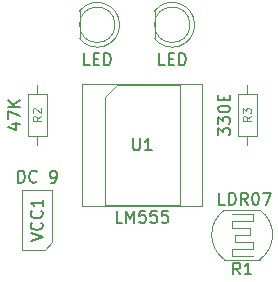
<source format=gbr>
%TF.GenerationSoftware,KiCad,Pcbnew,(5.1.9)-1*%
%TF.CreationDate,2021-03-23T22:57:24+05:30*%
%TF.ProjectId,Project1,50726f6a-6563-4743-912e-6b696361645f,rev?*%
%TF.SameCoordinates,Original*%
%TF.FileFunction,Other,Fab,Top*%
%FSLAX46Y46*%
G04 Gerber Fmt 4.6, Leading zero omitted, Abs format (unit mm)*
G04 Created by KiCad (PCBNEW (5.1.9)-1) date 2021-03-23 22:57:24*
%MOMM*%
%LPD*%
G01*
G04 APERTURE LIST*
%ADD10C,0.100000*%
%ADD11C,0.150000*%
%ADD12C,0.108000*%
G04 APERTURE END LIST*
D10*
%TO.C,VCC1*%
X134620000Y-89535000D02*
X133985000Y-90170000D01*
X134620000Y-85090000D02*
X134620000Y-89535000D01*
X132080000Y-85090000D02*
X134620000Y-85090000D01*
X132080000Y-90170000D02*
X132080000Y-85090000D01*
X133985000Y-90170000D02*
X132080000Y-90170000D01*
%TO.C,U1*%
X147320000Y-76140000D02*
X137160000Y-76140000D01*
X147320000Y-86420000D02*
X147320000Y-76140000D01*
X137160000Y-86420000D02*
X147320000Y-86420000D01*
X137160000Y-76140000D02*
X137160000Y-86420000D01*
X139065000Y-77200000D02*
X140065000Y-76200000D01*
X139065000Y-86360000D02*
X139065000Y-77200000D01*
X145415000Y-86360000D02*
X139065000Y-86360000D01*
X145415000Y-76200000D02*
X145415000Y-86360000D01*
X140065000Y-76200000D02*
X145415000Y-76200000D01*
%TO.C,R3*%
X151130000Y-81280000D02*
X151130000Y-80540000D01*
X151130000Y-76200000D02*
X151130000Y-76940000D01*
X151930000Y-80540000D02*
X151930000Y-76940000D01*
X150330000Y-80540000D02*
X151930000Y-80540000D01*
X150330000Y-76940000D02*
X150330000Y-80540000D01*
X151930000Y-76940000D02*
X150330000Y-76940000D01*
%TO.C,R2*%
X133350000Y-81280000D02*
X133350000Y-80540000D01*
X133350000Y-76200000D02*
X133350000Y-76940000D01*
X134150000Y-80540000D02*
X134150000Y-76940000D01*
X132550000Y-80540000D02*
X134150000Y-80540000D01*
X132550000Y-76940000D02*
X132550000Y-80540000D01*
X134150000Y-76940000D02*
X132550000Y-76940000D01*
%TO.C,R1*%
X152200000Y-91000000D02*
X149200000Y-91000000D01*
X149200000Y-86800000D02*
X152200000Y-86800000D01*
X151600000Y-87100000D02*
X149800000Y-87100000D01*
X151600000Y-87700000D02*
X151600000Y-87100000D01*
X149800000Y-87700000D02*
X151600000Y-87700000D01*
X149800000Y-88300000D02*
X149800000Y-87700000D01*
X151400000Y-88900000D02*
X151400000Y-88300000D01*
X151600000Y-90100000D02*
X151600000Y-89500000D01*
X149800000Y-90100000D02*
X151600000Y-90100000D01*
X149800000Y-90700000D02*
X149800000Y-90100000D01*
X151600000Y-90700000D02*
X149800000Y-90700000D01*
X149800000Y-88300000D02*
X151400000Y-88300000D01*
X150100000Y-89500000D02*
X151600000Y-89500000D01*
X150100000Y-88900000D02*
X150100000Y-89500000D01*
X151400000Y-88900000D02*
X150100000Y-88900000D01*
X152197237Y-91001971D02*
G75*
G03*
X152200000Y-86800000I-1497237J2101971D01*
G01*
X149202763Y-86798029D02*
G75*
G03*
X149200000Y-91000000I1497237J-2101971D01*
G01*
%TO.C,D2*%
X136930000Y-69953810D02*
X136930000Y-72286190D01*
X139930000Y-71120000D02*
G75*
G03*
X139930000Y-71120000I-1500000J0D01*
G01*
X136929445Y-72285476D02*
G75*
G03*
X136930000Y-69953810I1500555J1165476D01*
G01*
%TO.C,D1*%
X143280000Y-69953810D02*
X143280000Y-72286190D01*
X146280000Y-71120000D02*
G75*
G03*
X146280000Y-71120000I-1500000J0D01*
G01*
X143279445Y-72285476D02*
G75*
G03*
X143280000Y-69953810I1500555J1165476D01*
G01*
%TD*%
%TO.C,VCC1*%
D11*
X131730952Y-84482380D02*
X131730952Y-83482380D01*
X131969047Y-83482380D01*
X132111904Y-83530000D01*
X132207142Y-83625238D01*
X132254761Y-83720476D01*
X132302380Y-83910952D01*
X132302380Y-84053809D01*
X132254761Y-84244285D01*
X132207142Y-84339523D01*
X132111904Y-84434761D01*
X131969047Y-84482380D01*
X131730952Y-84482380D01*
X133302380Y-84387142D02*
X133254761Y-84434761D01*
X133111904Y-84482380D01*
X133016666Y-84482380D01*
X132873809Y-84434761D01*
X132778571Y-84339523D01*
X132730952Y-84244285D01*
X132683333Y-84053809D01*
X132683333Y-83910952D01*
X132730952Y-83720476D01*
X132778571Y-83625238D01*
X132873809Y-83530000D01*
X133016666Y-83482380D01*
X133111904Y-83482380D01*
X133254761Y-83530000D01*
X133302380Y-83577619D01*
X134540476Y-84482380D02*
X134730952Y-84482380D01*
X134826190Y-84434761D01*
X134873809Y-84387142D01*
X134969047Y-84244285D01*
X135016666Y-84053809D01*
X135016666Y-83672857D01*
X134969047Y-83577619D01*
X134921428Y-83530000D01*
X134826190Y-83482380D01*
X134635714Y-83482380D01*
X134540476Y-83530000D01*
X134492857Y-83577619D01*
X134445238Y-83672857D01*
X134445238Y-83910952D01*
X134492857Y-84006190D01*
X134540476Y-84053809D01*
X134635714Y-84101428D01*
X134826190Y-84101428D01*
X134921428Y-84053809D01*
X134969047Y-84006190D01*
X135016666Y-83910952D01*
X132802380Y-89439523D02*
X133802380Y-89106190D01*
X132802380Y-88772857D01*
X133707142Y-87868095D02*
X133754761Y-87915714D01*
X133802380Y-88058571D01*
X133802380Y-88153809D01*
X133754761Y-88296666D01*
X133659523Y-88391904D01*
X133564285Y-88439523D01*
X133373809Y-88487142D01*
X133230952Y-88487142D01*
X133040476Y-88439523D01*
X132945238Y-88391904D01*
X132850000Y-88296666D01*
X132802380Y-88153809D01*
X132802380Y-88058571D01*
X132850000Y-87915714D01*
X132897619Y-87868095D01*
X133707142Y-86868095D02*
X133754761Y-86915714D01*
X133802380Y-87058571D01*
X133802380Y-87153809D01*
X133754761Y-87296666D01*
X133659523Y-87391904D01*
X133564285Y-87439523D01*
X133373809Y-87487142D01*
X133230952Y-87487142D01*
X133040476Y-87439523D01*
X132945238Y-87391904D01*
X132850000Y-87296666D01*
X132802380Y-87153809D01*
X132802380Y-87058571D01*
X132850000Y-86915714D01*
X132897619Y-86868095D01*
X133802380Y-85915714D02*
X133802380Y-86487142D01*
X133802380Y-86201428D02*
X132802380Y-86201428D01*
X132945238Y-86296666D01*
X133040476Y-86391904D01*
X133088095Y-86487142D01*
%TO.C,U1*%
X140549523Y-87872380D02*
X140073333Y-87872380D01*
X140073333Y-86872380D01*
X140882857Y-87872380D02*
X140882857Y-86872380D01*
X141216190Y-87586666D01*
X141549523Y-86872380D01*
X141549523Y-87872380D01*
X142501904Y-86872380D02*
X142025714Y-86872380D01*
X141978095Y-87348571D01*
X142025714Y-87300952D01*
X142120952Y-87253333D01*
X142359047Y-87253333D01*
X142454285Y-87300952D01*
X142501904Y-87348571D01*
X142549523Y-87443809D01*
X142549523Y-87681904D01*
X142501904Y-87777142D01*
X142454285Y-87824761D01*
X142359047Y-87872380D01*
X142120952Y-87872380D01*
X142025714Y-87824761D01*
X141978095Y-87777142D01*
X143454285Y-86872380D02*
X142978095Y-86872380D01*
X142930476Y-87348571D01*
X142978095Y-87300952D01*
X143073333Y-87253333D01*
X143311428Y-87253333D01*
X143406666Y-87300952D01*
X143454285Y-87348571D01*
X143501904Y-87443809D01*
X143501904Y-87681904D01*
X143454285Y-87777142D01*
X143406666Y-87824761D01*
X143311428Y-87872380D01*
X143073333Y-87872380D01*
X142978095Y-87824761D01*
X142930476Y-87777142D01*
X144406666Y-86872380D02*
X143930476Y-86872380D01*
X143882857Y-87348571D01*
X143930476Y-87300952D01*
X144025714Y-87253333D01*
X144263809Y-87253333D01*
X144359047Y-87300952D01*
X144406666Y-87348571D01*
X144454285Y-87443809D01*
X144454285Y-87681904D01*
X144406666Y-87777142D01*
X144359047Y-87824761D01*
X144263809Y-87872380D01*
X144025714Y-87872380D01*
X143930476Y-87824761D01*
X143882857Y-87777142D01*
X141478095Y-80732380D02*
X141478095Y-81541904D01*
X141525714Y-81637142D01*
X141573333Y-81684761D01*
X141668571Y-81732380D01*
X141859047Y-81732380D01*
X141954285Y-81684761D01*
X142001904Y-81637142D01*
X142049523Y-81541904D01*
X142049523Y-80732380D01*
X143049523Y-81732380D02*
X142478095Y-81732380D01*
X142763809Y-81732380D02*
X142763809Y-80732380D01*
X142668571Y-80875238D01*
X142573333Y-80970476D01*
X142478095Y-81018095D01*
%TO.C,R3*%
X148662380Y-80478095D02*
X148662380Y-79859047D01*
X149043333Y-80192380D01*
X149043333Y-80049523D01*
X149090952Y-79954285D01*
X149138571Y-79906666D01*
X149233809Y-79859047D01*
X149471904Y-79859047D01*
X149567142Y-79906666D01*
X149614761Y-79954285D01*
X149662380Y-80049523D01*
X149662380Y-80335238D01*
X149614761Y-80430476D01*
X149567142Y-80478095D01*
X148662380Y-79525714D02*
X148662380Y-78906666D01*
X149043333Y-79240000D01*
X149043333Y-79097142D01*
X149090952Y-79001904D01*
X149138571Y-78954285D01*
X149233809Y-78906666D01*
X149471904Y-78906666D01*
X149567142Y-78954285D01*
X149614761Y-79001904D01*
X149662380Y-79097142D01*
X149662380Y-79382857D01*
X149614761Y-79478095D01*
X149567142Y-79525714D01*
X148662380Y-78287619D02*
X148662380Y-78192380D01*
X148710000Y-78097142D01*
X148757619Y-78049523D01*
X148852857Y-78001904D01*
X149043333Y-77954285D01*
X149281428Y-77954285D01*
X149471904Y-78001904D01*
X149567142Y-78049523D01*
X149614761Y-78097142D01*
X149662380Y-78192380D01*
X149662380Y-78287619D01*
X149614761Y-78382857D01*
X149567142Y-78430476D01*
X149471904Y-78478095D01*
X149281428Y-78525714D01*
X149043333Y-78525714D01*
X148852857Y-78478095D01*
X148757619Y-78430476D01*
X148710000Y-78382857D01*
X148662380Y-78287619D01*
X149138571Y-77525714D02*
X149138571Y-77192380D01*
X149662380Y-77049523D02*
X149662380Y-77525714D01*
X148662380Y-77525714D01*
X148662380Y-77049523D01*
D12*
X151455714Y-78860000D02*
X151112857Y-79100000D01*
X151455714Y-79271428D02*
X150735714Y-79271428D01*
X150735714Y-78997142D01*
X150770000Y-78928571D01*
X150804285Y-78894285D01*
X150872857Y-78860000D01*
X150975714Y-78860000D01*
X151044285Y-78894285D01*
X151078571Y-78928571D01*
X151112857Y-78997142D01*
X151112857Y-79271428D01*
X150735714Y-78620000D02*
X150735714Y-78174285D01*
X151010000Y-78414285D01*
X151010000Y-78311428D01*
X151044285Y-78242857D01*
X151078571Y-78208571D01*
X151147142Y-78174285D01*
X151318571Y-78174285D01*
X151387142Y-78208571D01*
X151421428Y-78242857D01*
X151455714Y-78311428D01*
X151455714Y-78517142D01*
X151421428Y-78585714D01*
X151387142Y-78620000D01*
%TO.C,R2*%
D11*
X131215714Y-79525714D02*
X131882380Y-79525714D01*
X130834761Y-79763809D02*
X131549047Y-80001904D01*
X131549047Y-79382857D01*
X130882380Y-79097142D02*
X130882380Y-78430476D01*
X131882380Y-78859047D01*
X131882380Y-78049523D02*
X130882380Y-78049523D01*
X131882380Y-77478095D02*
X131310952Y-77906666D01*
X130882380Y-77478095D02*
X131453809Y-78049523D01*
D12*
X133675714Y-78860000D02*
X133332857Y-79100000D01*
X133675714Y-79271428D02*
X132955714Y-79271428D01*
X132955714Y-78997142D01*
X132990000Y-78928571D01*
X133024285Y-78894285D01*
X133092857Y-78860000D01*
X133195714Y-78860000D01*
X133264285Y-78894285D01*
X133298571Y-78928571D01*
X133332857Y-78997142D01*
X133332857Y-79271428D01*
X133024285Y-78585714D02*
X132990000Y-78551428D01*
X132955714Y-78482857D01*
X132955714Y-78311428D01*
X132990000Y-78242857D01*
X133024285Y-78208571D01*
X133092857Y-78174285D01*
X133161428Y-78174285D01*
X133264285Y-78208571D01*
X133675714Y-78620000D01*
X133675714Y-78174285D01*
%TO.C,R1*%
D11*
X149257142Y-86352380D02*
X148780952Y-86352380D01*
X148780952Y-85352380D01*
X149590476Y-86352380D02*
X149590476Y-85352380D01*
X149828571Y-85352380D01*
X149971428Y-85400000D01*
X150066666Y-85495238D01*
X150114285Y-85590476D01*
X150161904Y-85780952D01*
X150161904Y-85923809D01*
X150114285Y-86114285D01*
X150066666Y-86209523D01*
X149971428Y-86304761D01*
X149828571Y-86352380D01*
X149590476Y-86352380D01*
X151161904Y-86352380D02*
X150828571Y-85876190D01*
X150590476Y-86352380D02*
X150590476Y-85352380D01*
X150971428Y-85352380D01*
X151066666Y-85400000D01*
X151114285Y-85447619D01*
X151161904Y-85542857D01*
X151161904Y-85685714D01*
X151114285Y-85780952D01*
X151066666Y-85828571D01*
X150971428Y-85876190D01*
X150590476Y-85876190D01*
X151780952Y-85352380D02*
X151876190Y-85352380D01*
X151971428Y-85400000D01*
X152019047Y-85447619D01*
X152066666Y-85542857D01*
X152114285Y-85733333D01*
X152114285Y-85971428D01*
X152066666Y-86161904D01*
X152019047Y-86257142D01*
X151971428Y-86304761D01*
X151876190Y-86352380D01*
X151780952Y-86352380D01*
X151685714Y-86304761D01*
X151638095Y-86257142D01*
X151590476Y-86161904D01*
X151542857Y-85971428D01*
X151542857Y-85733333D01*
X151590476Y-85542857D01*
X151638095Y-85447619D01*
X151685714Y-85400000D01*
X151780952Y-85352380D01*
X152447619Y-85352380D02*
X153114285Y-85352380D01*
X152685714Y-86352380D01*
X150533333Y-92252380D02*
X150200000Y-91776190D01*
X149961904Y-92252380D02*
X149961904Y-91252380D01*
X150342857Y-91252380D01*
X150438095Y-91300000D01*
X150485714Y-91347619D01*
X150533333Y-91442857D01*
X150533333Y-91585714D01*
X150485714Y-91680952D01*
X150438095Y-91728571D01*
X150342857Y-91776190D01*
X149961904Y-91776190D01*
X151485714Y-92252380D02*
X150914285Y-92252380D01*
X151200000Y-92252380D02*
X151200000Y-91252380D01*
X151104761Y-91395238D01*
X151009523Y-91490476D01*
X150914285Y-91538095D01*
%TO.C,D2*%
X137787142Y-74532380D02*
X137310952Y-74532380D01*
X137310952Y-73532380D01*
X138120476Y-74008571D02*
X138453809Y-74008571D01*
X138596666Y-74532380D02*
X138120476Y-74532380D01*
X138120476Y-73532380D01*
X138596666Y-73532380D01*
X139025238Y-74532380D02*
X139025238Y-73532380D01*
X139263333Y-73532380D01*
X139406190Y-73580000D01*
X139501428Y-73675238D01*
X139549047Y-73770476D01*
X139596666Y-73960952D01*
X139596666Y-74103809D01*
X139549047Y-74294285D01*
X139501428Y-74389523D01*
X139406190Y-74484761D01*
X139263333Y-74532380D01*
X139025238Y-74532380D01*
%TO.C,D1*%
X144137142Y-74532380D02*
X143660952Y-74532380D01*
X143660952Y-73532380D01*
X144470476Y-74008571D02*
X144803809Y-74008571D01*
X144946666Y-74532380D02*
X144470476Y-74532380D01*
X144470476Y-73532380D01*
X144946666Y-73532380D01*
X145375238Y-74532380D02*
X145375238Y-73532380D01*
X145613333Y-73532380D01*
X145756190Y-73580000D01*
X145851428Y-73675238D01*
X145899047Y-73770476D01*
X145946666Y-73960952D01*
X145946666Y-74103809D01*
X145899047Y-74294285D01*
X145851428Y-74389523D01*
X145756190Y-74484761D01*
X145613333Y-74532380D01*
X145375238Y-74532380D01*
%TD*%
M02*

</source>
